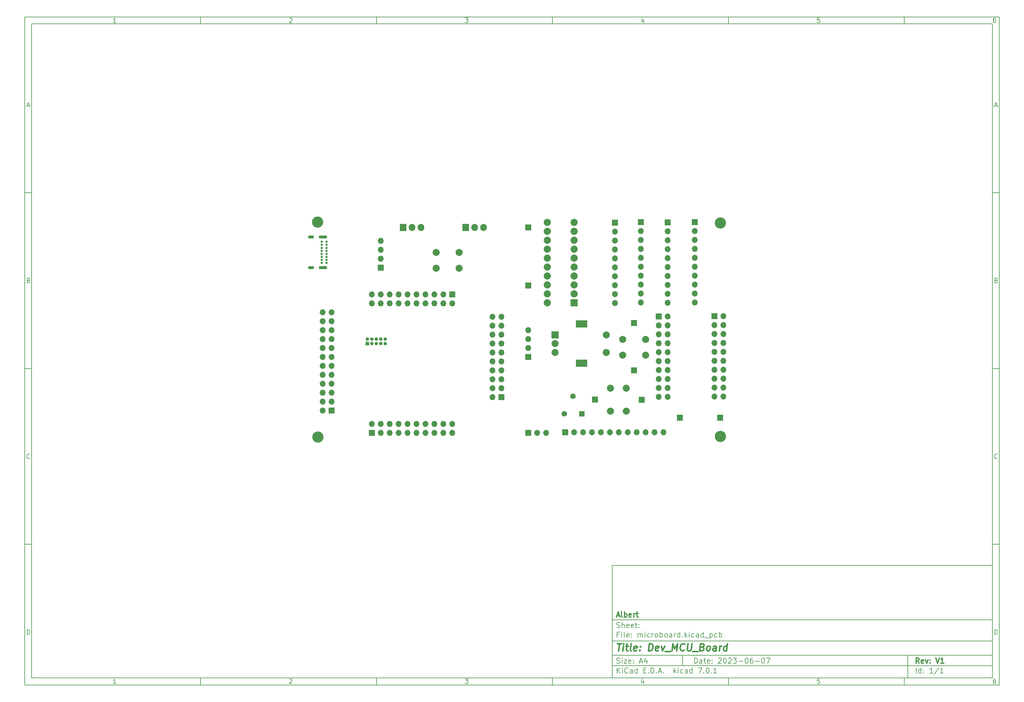
<source format=gbr>
%TF.GenerationSoftware,KiCad,Pcbnew,7.0.1*%
%TF.CreationDate,2023-06-08T10:56:07+02:00*%
%TF.ProjectId,microboard,6d696372-6f62-46f6-9172-642e6b696361,V1*%
%TF.SameCoordinates,Original*%
%TF.FileFunction,Soldermask,Bot*%
%TF.FilePolarity,Negative*%
%FSLAX46Y46*%
G04 Gerber Fmt 4.6, Leading zero omitted, Abs format (unit mm)*
G04 Created by KiCad (PCBNEW 7.0.1) date 2023-06-08 10:56:07*
%MOMM*%
%LPD*%
G01*
G04 APERTURE LIST*
%ADD10C,0.100000*%
%ADD11C,0.150000*%
%ADD12C,0.300000*%
%ADD13C,0.400000*%
%ADD14R,1.700000X1.700000*%
%ADD15O,1.700000X1.700000*%
%ADD16C,3.200000*%
%ADD17C,2.000000*%
%ADD18C,0.650000*%
%ADD19O,1.700000X0.900000*%
%ADD20O,2.400000X0.900000*%
%ADD21R,2.032000X2.032000*%
%ADD22C,2.032000*%
%ADD23R,1.905000X2.000000*%
%ADD24O,1.905000X2.000000*%
%ADD25R,2.000000X2.000000*%
%ADD26R,3.200000X2.000000*%
%ADD27R,1.560000X1.560000*%
%ADD28C,1.560000*%
%ADD29R,1.000000X1.000000*%
%ADD30O,1.000000X1.000000*%
G04 APERTURE END LIST*
D10*
D11*
X177002200Y-166007200D02*
X285002200Y-166007200D01*
X285002200Y-198007200D01*
X177002200Y-198007200D01*
X177002200Y-166007200D01*
D10*
D11*
X10000000Y-10000000D02*
X287002200Y-10000000D01*
X287002200Y-200007200D01*
X10000000Y-200007200D01*
X10000000Y-10000000D01*
D10*
D11*
X12000000Y-12000000D02*
X285002200Y-12000000D01*
X285002200Y-198007200D01*
X12000000Y-198007200D01*
X12000000Y-12000000D01*
D10*
D11*
X60000000Y-12000000D02*
X60000000Y-10000000D01*
D10*
D11*
X110000000Y-12000000D02*
X110000000Y-10000000D01*
D10*
D11*
X160000000Y-12000000D02*
X160000000Y-10000000D01*
D10*
D11*
X210000000Y-12000000D02*
X210000000Y-10000000D01*
D10*
D11*
X260000000Y-12000000D02*
X260000000Y-10000000D01*
D10*
D11*
X35990476Y-11601404D02*
X35247619Y-11601404D01*
X35619047Y-11601404D02*
X35619047Y-10301404D01*
X35619047Y-10301404D02*
X35495238Y-10487119D01*
X35495238Y-10487119D02*
X35371428Y-10610928D01*
X35371428Y-10610928D02*
X35247619Y-10672833D01*
D10*
D11*
X85247619Y-10425214D02*
X85309523Y-10363309D01*
X85309523Y-10363309D02*
X85433333Y-10301404D01*
X85433333Y-10301404D02*
X85742857Y-10301404D01*
X85742857Y-10301404D02*
X85866666Y-10363309D01*
X85866666Y-10363309D02*
X85928571Y-10425214D01*
X85928571Y-10425214D02*
X85990476Y-10549023D01*
X85990476Y-10549023D02*
X85990476Y-10672833D01*
X85990476Y-10672833D02*
X85928571Y-10858547D01*
X85928571Y-10858547D02*
X85185714Y-11601404D01*
X85185714Y-11601404D02*
X85990476Y-11601404D01*
D10*
D11*
X135185714Y-10301404D02*
X135990476Y-10301404D01*
X135990476Y-10301404D02*
X135557142Y-10796642D01*
X135557142Y-10796642D02*
X135742857Y-10796642D01*
X135742857Y-10796642D02*
X135866666Y-10858547D01*
X135866666Y-10858547D02*
X135928571Y-10920452D01*
X135928571Y-10920452D02*
X135990476Y-11044261D01*
X135990476Y-11044261D02*
X135990476Y-11353785D01*
X135990476Y-11353785D02*
X135928571Y-11477595D01*
X135928571Y-11477595D02*
X135866666Y-11539500D01*
X135866666Y-11539500D02*
X135742857Y-11601404D01*
X135742857Y-11601404D02*
X135371428Y-11601404D01*
X135371428Y-11601404D02*
X135247619Y-11539500D01*
X135247619Y-11539500D02*
X135185714Y-11477595D01*
D10*
D11*
X185866666Y-10734738D02*
X185866666Y-11601404D01*
X185557142Y-10239500D02*
X185247619Y-11168071D01*
X185247619Y-11168071D02*
X186052380Y-11168071D01*
D10*
D11*
X235928571Y-10301404D02*
X235309523Y-10301404D01*
X235309523Y-10301404D02*
X235247619Y-10920452D01*
X235247619Y-10920452D02*
X235309523Y-10858547D01*
X235309523Y-10858547D02*
X235433333Y-10796642D01*
X235433333Y-10796642D02*
X235742857Y-10796642D01*
X235742857Y-10796642D02*
X235866666Y-10858547D01*
X235866666Y-10858547D02*
X235928571Y-10920452D01*
X235928571Y-10920452D02*
X235990476Y-11044261D01*
X235990476Y-11044261D02*
X235990476Y-11353785D01*
X235990476Y-11353785D02*
X235928571Y-11477595D01*
X235928571Y-11477595D02*
X235866666Y-11539500D01*
X235866666Y-11539500D02*
X235742857Y-11601404D01*
X235742857Y-11601404D02*
X235433333Y-11601404D01*
X235433333Y-11601404D02*
X235309523Y-11539500D01*
X235309523Y-11539500D02*
X235247619Y-11477595D01*
D10*
D11*
X285866666Y-10301404D02*
X285619047Y-10301404D01*
X285619047Y-10301404D02*
X285495238Y-10363309D01*
X285495238Y-10363309D02*
X285433333Y-10425214D01*
X285433333Y-10425214D02*
X285309523Y-10610928D01*
X285309523Y-10610928D02*
X285247619Y-10858547D01*
X285247619Y-10858547D02*
X285247619Y-11353785D01*
X285247619Y-11353785D02*
X285309523Y-11477595D01*
X285309523Y-11477595D02*
X285371428Y-11539500D01*
X285371428Y-11539500D02*
X285495238Y-11601404D01*
X285495238Y-11601404D02*
X285742857Y-11601404D01*
X285742857Y-11601404D02*
X285866666Y-11539500D01*
X285866666Y-11539500D02*
X285928571Y-11477595D01*
X285928571Y-11477595D02*
X285990476Y-11353785D01*
X285990476Y-11353785D02*
X285990476Y-11044261D01*
X285990476Y-11044261D02*
X285928571Y-10920452D01*
X285928571Y-10920452D02*
X285866666Y-10858547D01*
X285866666Y-10858547D02*
X285742857Y-10796642D01*
X285742857Y-10796642D02*
X285495238Y-10796642D01*
X285495238Y-10796642D02*
X285371428Y-10858547D01*
X285371428Y-10858547D02*
X285309523Y-10920452D01*
X285309523Y-10920452D02*
X285247619Y-11044261D01*
D10*
D11*
X60000000Y-198007200D02*
X60000000Y-200007200D01*
D10*
D11*
X110000000Y-198007200D02*
X110000000Y-200007200D01*
D10*
D11*
X160000000Y-198007200D02*
X160000000Y-200007200D01*
D10*
D11*
X210000000Y-198007200D02*
X210000000Y-200007200D01*
D10*
D11*
X260000000Y-198007200D02*
X260000000Y-200007200D01*
D10*
D11*
X35990476Y-199608604D02*
X35247619Y-199608604D01*
X35619047Y-199608604D02*
X35619047Y-198308604D01*
X35619047Y-198308604D02*
X35495238Y-198494319D01*
X35495238Y-198494319D02*
X35371428Y-198618128D01*
X35371428Y-198618128D02*
X35247619Y-198680033D01*
D10*
D11*
X85247619Y-198432414D02*
X85309523Y-198370509D01*
X85309523Y-198370509D02*
X85433333Y-198308604D01*
X85433333Y-198308604D02*
X85742857Y-198308604D01*
X85742857Y-198308604D02*
X85866666Y-198370509D01*
X85866666Y-198370509D02*
X85928571Y-198432414D01*
X85928571Y-198432414D02*
X85990476Y-198556223D01*
X85990476Y-198556223D02*
X85990476Y-198680033D01*
X85990476Y-198680033D02*
X85928571Y-198865747D01*
X85928571Y-198865747D02*
X85185714Y-199608604D01*
X85185714Y-199608604D02*
X85990476Y-199608604D01*
D10*
D11*
X135185714Y-198308604D02*
X135990476Y-198308604D01*
X135990476Y-198308604D02*
X135557142Y-198803842D01*
X135557142Y-198803842D02*
X135742857Y-198803842D01*
X135742857Y-198803842D02*
X135866666Y-198865747D01*
X135866666Y-198865747D02*
X135928571Y-198927652D01*
X135928571Y-198927652D02*
X135990476Y-199051461D01*
X135990476Y-199051461D02*
X135990476Y-199360985D01*
X135990476Y-199360985D02*
X135928571Y-199484795D01*
X135928571Y-199484795D02*
X135866666Y-199546700D01*
X135866666Y-199546700D02*
X135742857Y-199608604D01*
X135742857Y-199608604D02*
X135371428Y-199608604D01*
X135371428Y-199608604D02*
X135247619Y-199546700D01*
X135247619Y-199546700D02*
X135185714Y-199484795D01*
D10*
D11*
X185866666Y-198741938D02*
X185866666Y-199608604D01*
X185557142Y-198246700D02*
X185247619Y-199175271D01*
X185247619Y-199175271D02*
X186052380Y-199175271D01*
D10*
D11*
X235928571Y-198308604D02*
X235309523Y-198308604D01*
X235309523Y-198308604D02*
X235247619Y-198927652D01*
X235247619Y-198927652D02*
X235309523Y-198865747D01*
X235309523Y-198865747D02*
X235433333Y-198803842D01*
X235433333Y-198803842D02*
X235742857Y-198803842D01*
X235742857Y-198803842D02*
X235866666Y-198865747D01*
X235866666Y-198865747D02*
X235928571Y-198927652D01*
X235928571Y-198927652D02*
X235990476Y-199051461D01*
X235990476Y-199051461D02*
X235990476Y-199360985D01*
X235990476Y-199360985D02*
X235928571Y-199484795D01*
X235928571Y-199484795D02*
X235866666Y-199546700D01*
X235866666Y-199546700D02*
X235742857Y-199608604D01*
X235742857Y-199608604D02*
X235433333Y-199608604D01*
X235433333Y-199608604D02*
X235309523Y-199546700D01*
X235309523Y-199546700D02*
X235247619Y-199484795D01*
D10*
D11*
X285866666Y-198308604D02*
X285619047Y-198308604D01*
X285619047Y-198308604D02*
X285495238Y-198370509D01*
X285495238Y-198370509D02*
X285433333Y-198432414D01*
X285433333Y-198432414D02*
X285309523Y-198618128D01*
X285309523Y-198618128D02*
X285247619Y-198865747D01*
X285247619Y-198865747D02*
X285247619Y-199360985D01*
X285247619Y-199360985D02*
X285309523Y-199484795D01*
X285309523Y-199484795D02*
X285371428Y-199546700D01*
X285371428Y-199546700D02*
X285495238Y-199608604D01*
X285495238Y-199608604D02*
X285742857Y-199608604D01*
X285742857Y-199608604D02*
X285866666Y-199546700D01*
X285866666Y-199546700D02*
X285928571Y-199484795D01*
X285928571Y-199484795D02*
X285990476Y-199360985D01*
X285990476Y-199360985D02*
X285990476Y-199051461D01*
X285990476Y-199051461D02*
X285928571Y-198927652D01*
X285928571Y-198927652D02*
X285866666Y-198865747D01*
X285866666Y-198865747D02*
X285742857Y-198803842D01*
X285742857Y-198803842D02*
X285495238Y-198803842D01*
X285495238Y-198803842D02*
X285371428Y-198865747D01*
X285371428Y-198865747D02*
X285309523Y-198927652D01*
X285309523Y-198927652D02*
X285247619Y-199051461D01*
D10*
D11*
X10000000Y-60000000D02*
X12000000Y-60000000D01*
D10*
D11*
X10000000Y-110000000D02*
X12000000Y-110000000D01*
D10*
D11*
X10000000Y-160000000D02*
X12000000Y-160000000D01*
D10*
D11*
X10690476Y-35229976D02*
X11309523Y-35229976D01*
X10566666Y-35601404D02*
X10999999Y-34301404D01*
X10999999Y-34301404D02*
X11433333Y-35601404D01*
D10*
D11*
X11092857Y-84920452D02*
X11278571Y-84982357D01*
X11278571Y-84982357D02*
X11340476Y-85044261D01*
X11340476Y-85044261D02*
X11402380Y-85168071D01*
X11402380Y-85168071D02*
X11402380Y-85353785D01*
X11402380Y-85353785D02*
X11340476Y-85477595D01*
X11340476Y-85477595D02*
X11278571Y-85539500D01*
X11278571Y-85539500D02*
X11154761Y-85601404D01*
X11154761Y-85601404D02*
X10659523Y-85601404D01*
X10659523Y-85601404D02*
X10659523Y-84301404D01*
X10659523Y-84301404D02*
X11092857Y-84301404D01*
X11092857Y-84301404D02*
X11216666Y-84363309D01*
X11216666Y-84363309D02*
X11278571Y-84425214D01*
X11278571Y-84425214D02*
X11340476Y-84549023D01*
X11340476Y-84549023D02*
X11340476Y-84672833D01*
X11340476Y-84672833D02*
X11278571Y-84796642D01*
X11278571Y-84796642D02*
X11216666Y-84858547D01*
X11216666Y-84858547D02*
X11092857Y-84920452D01*
X11092857Y-84920452D02*
X10659523Y-84920452D01*
D10*
D11*
X11402380Y-135477595D02*
X11340476Y-135539500D01*
X11340476Y-135539500D02*
X11154761Y-135601404D01*
X11154761Y-135601404D02*
X11030952Y-135601404D01*
X11030952Y-135601404D02*
X10845238Y-135539500D01*
X10845238Y-135539500D02*
X10721428Y-135415690D01*
X10721428Y-135415690D02*
X10659523Y-135291880D01*
X10659523Y-135291880D02*
X10597619Y-135044261D01*
X10597619Y-135044261D02*
X10597619Y-134858547D01*
X10597619Y-134858547D02*
X10659523Y-134610928D01*
X10659523Y-134610928D02*
X10721428Y-134487119D01*
X10721428Y-134487119D02*
X10845238Y-134363309D01*
X10845238Y-134363309D02*
X11030952Y-134301404D01*
X11030952Y-134301404D02*
X11154761Y-134301404D01*
X11154761Y-134301404D02*
X11340476Y-134363309D01*
X11340476Y-134363309D02*
X11402380Y-134425214D01*
D10*
D11*
X10659523Y-185601404D02*
X10659523Y-184301404D01*
X10659523Y-184301404D02*
X10969047Y-184301404D01*
X10969047Y-184301404D02*
X11154761Y-184363309D01*
X11154761Y-184363309D02*
X11278571Y-184487119D01*
X11278571Y-184487119D02*
X11340476Y-184610928D01*
X11340476Y-184610928D02*
X11402380Y-184858547D01*
X11402380Y-184858547D02*
X11402380Y-185044261D01*
X11402380Y-185044261D02*
X11340476Y-185291880D01*
X11340476Y-185291880D02*
X11278571Y-185415690D01*
X11278571Y-185415690D02*
X11154761Y-185539500D01*
X11154761Y-185539500D02*
X10969047Y-185601404D01*
X10969047Y-185601404D02*
X10659523Y-185601404D01*
D10*
D11*
X287002200Y-60000000D02*
X285002200Y-60000000D01*
D10*
D11*
X287002200Y-110000000D02*
X285002200Y-110000000D01*
D10*
D11*
X287002200Y-160000000D02*
X285002200Y-160000000D01*
D10*
D11*
X285692676Y-35229976D02*
X286311723Y-35229976D01*
X285568866Y-35601404D02*
X286002199Y-34301404D01*
X286002199Y-34301404D02*
X286435533Y-35601404D01*
D10*
D11*
X286095057Y-84920452D02*
X286280771Y-84982357D01*
X286280771Y-84982357D02*
X286342676Y-85044261D01*
X286342676Y-85044261D02*
X286404580Y-85168071D01*
X286404580Y-85168071D02*
X286404580Y-85353785D01*
X286404580Y-85353785D02*
X286342676Y-85477595D01*
X286342676Y-85477595D02*
X286280771Y-85539500D01*
X286280771Y-85539500D02*
X286156961Y-85601404D01*
X286156961Y-85601404D02*
X285661723Y-85601404D01*
X285661723Y-85601404D02*
X285661723Y-84301404D01*
X285661723Y-84301404D02*
X286095057Y-84301404D01*
X286095057Y-84301404D02*
X286218866Y-84363309D01*
X286218866Y-84363309D02*
X286280771Y-84425214D01*
X286280771Y-84425214D02*
X286342676Y-84549023D01*
X286342676Y-84549023D02*
X286342676Y-84672833D01*
X286342676Y-84672833D02*
X286280771Y-84796642D01*
X286280771Y-84796642D02*
X286218866Y-84858547D01*
X286218866Y-84858547D02*
X286095057Y-84920452D01*
X286095057Y-84920452D02*
X285661723Y-84920452D01*
D10*
D11*
X286404580Y-135477595D02*
X286342676Y-135539500D01*
X286342676Y-135539500D02*
X286156961Y-135601404D01*
X286156961Y-135601404D02*
X286033152Y-135601404D01*
X286033152Y-135601404D02*
X285847438Y-135539500D01*
X285847438Y-135539500D02*
X285723628Y-135415690D01*
X285723628Y-135415690D02*
X285661723Y-135291880D01*
X285661723Y-135291880D02*
X285599819Y-135044261D01*
X285599819Y-135044261D02*
X285599819Y-134858547D01*
X285599819Y-134858547D02*
X285661723Y-134610928D01*
X285661723Y-134610928D02*
X285723628Y-134487119D01*
X285723628Y-134487119D02*
X285847438Y-134363309D01*
X285847438Y-134363309D02*
X286033152Y-134301404D01*
X286033152Y-134301404D02*
X286156961Y-134301404D01*
X286156961Y-134301404D02*
X286342676Y-134363309D01*
X286342676Y-134363309D02*
X286404580Y-134425214D01*
D10*
D11*
X285661723Y-185601404D02*
X285661723Y-184301404D01*
X285661723Y-184301404D02*
X285971247Y-184301404D01*
X285971247Y-184301404D02*
X286156961Y-184363309D01*
X286156961Y-184363309D02*
X286280771Y-184487119D01*
X286280771Y-184487119D02*
X286342676Y-184610928D01*
X286342676Y-184610928D02*
X286404580Y-184858547D01*
X286404580Y-184858547D02*
X286404580Y-185044261D01*
X286404580Y-185044261D02*
X286342676Y-185291880D01*
X286342676Y-185291880D02*
X286280771Y-185415690D01*
X286280771Y-185415690D02*
X286156961Y-185539500D01*
X286156961Y-185539500D02*
X285971247Y-185601404D01*
X285971247Y-185601404D02*
X285661723Y-185601404D01*
D10*
D11*
X200359342Y-193801128D02*
X200359342Y-192301128D01*
X200359342Y-192301128D02*
X200716485Y-192301128D01*
X200716485Y-192301128D02*
X200930771Y-192372557D01*
X200930771Y-192372557D02*
X201073628Y-192515414D01*
X201073628Y-192515414D02*
X201145057Y-192658271D01*
X201145057Y-192658271D02*
X201216485Y-192943985D01*
X201216485Y-192943985D02*
X201216485Y-193158271D01*
X201216485Y-193158271D02*
X201145057Y-193443985D01*
X201145057Y-193443985D02*
X201073628Y-193586842D01*
X201073628Y-193586842D02*
X200930771Y-193729700D01*
X200930771Y-193729700D02*
X200716485Y-193801128D01*
X200716485Y-193801128D02*
X200359342Y-193801128D01*
X202502200Y-193801128D02*
X202502200Y-193015414D01*
X202502200Y-193015414D02*
X202430771Y-192872557D01*
X202430771Y-192872557D02*
X202287914Y-192801128D01*
X202287914Y-192801128D02*
X202002200Y-192801128D01*
X202002200Y-192801128D02*
X201859342Y-192872557D01*
X202502200Y-193729700D02*
X202359342Y-193801128D01*
X202359342Y-193801128D02*
X202002200Y-193801128D01*
X202002200Y-193801128D02*
X201859342Y-193729700D01*
X201859342Y-193729700D02*
X201787914Y-193586842D01*
X201787914Y-193586842D02*
X201787914Y-193443985D01*
X201787914Y-193443985D02*
X201859342Y-193301128D01*
X201859342Y-193301128D02*
X202002200Y-193229700D01*
X202002200Y-193229700D02*
X202359342Y-193229700D01*
X202359342Y-193229700D02*
X202502200Y-193158271D01*
X203002200Y-192801128D02*
X203573628Y-192801128D01*
X203216485Y-192301128D02*
X203216485Y-193586842D01*
X203216485Y-193586842D02*
X203287914Y-193729700D01*
X203287914Y-193729700D02*
X203430771Y-193801128D01*
X203430771Y-193801128D02*
X203573628Y-193801128D01*
X204645057Y-193729700D02*
X204502200Y-193801128D01*
X204502200Y-193801128D02*
X204216486Y-193801128D01*
X204216486Y-193801128D02*
X204073628Y-193729700D01*
X204073628Y-193729700D02*
X204002200Y-193586842D01*
X204002200Y-193586842D02*
X204002200Y-193015414D01*
X204002200Y-193015414D02*
X204073628Y-192872557D01*
X204073628Y-192872557D02*
X204216486Y-192801128D01*
X204216486Y-192801128D02*
X204502200Y-192801128D01*
X204502200Y-192801128D02*
X204645057Y-192872557D01*
X204645057Y-192872557D02*
X204716486Y-193015414D01*
X204716486Y-193015414D02*
X204716486Y-193158271D01*
X204716486Y-193158271D02*
X204002200Y-193301128D01*
X205359342Y-193658271D02*
X205430771Y-193729700D01*
X205430771Y-193729700D02*
X205359342Y-193801128D01*
X205359342Y-193801128D02*
X205287914Y-193729700D01*
X205287914Y-193729700D02*
X205359342Y-193658271D01*
X205359342Y-193658271D02*
X205359342Y-193801128D01*
X205359342Y-192872557D02*
X205430771Y-192943985D01*
X205430771Y-192943985D02*
X205359342Y-193015414D01*
X205359342Y-193015414D02*
X205287914Y-192943985D01*
X205287914Y-192943985D02*
X205359342Y-192872557D01*
X205359342Y-192872557D02*
X205359342Y-193015414D01*
X207145057Y-192443985D02*
X207216485Y-192372557D01*
X207216485Y-192372557D02*
X207359343Y-192301128D01*
X207359343Y-192301128D02*
X207716485Y-192301128D01*
X207716485Y-192301128D02*
X207859343Y-192372557D01*
X207859343Y-192372557D02*
X207930771Y-192443985D01*
X207930771Y-192443985D02*
X208002200Y-192586842D01*
X208002200Y-192586842D02*
X208002200Y-192729700D01*
X208002200Y-192729700D02*
X207930771Y-192943985D01*
X207930771Y-192943985D02*
X207073628Y-193801128D01*
X207073628Y-193801128D02*
X208002200Y-193801128D01*
X208930771Y-192301128D02*
X209073628Y-192301128D01*
X209073628Y-192301128D02*
X209216485Y-192372557D01*
X209216485Y-192372557D02*
X209287914Y-192443985D01*
X209287914Y-192443985D02*
X209359342Y-192586842D01*
X209359342Y-192586842D02*
X209430771Y-192872557D01*
X209430771Y-192872557D02*
X209430771Y-193229700D01*
X209430771Y-193229700D02*
X209359342Y-193515414D01*
X209359342Y-193515414D02*
X209287914Y-193658271D01*
X209287914Y-193658271D02*
X209216485Y-193729700D01*
X209216485Y-193729700D02*
X209073628Y-193801128D01*
X209073628Y-193801128D02*
X208930771Y-193801128D01*
X208930771Y-193801128D02*
X208787914Y-193729700D01*
X208787914Y-193729700D02*
X208716485Y-193658271D01*
X208716485Y-193658271D02*
X208645056Y-193515414D01*
X208645056Y-193515414D02*
X208573628Y-193229700D01*
X208573628Y-193229700D02*
X208573628Y-192872557D01*
X208573628Y-192872557D02*
X208645056Y-192586842D01*
X208645056Y-192586842D02*
X208716485Y-192443985D01*
X208716485Y-192443985D02*
X208787914Y-192372557D01*
X208787914Y-192372557D02*
X208930771Y-192301128D01*
X210002199Y-192443985D02*
X210073627Y-192372557D01*
X210073627Y-192372557D02*
X210216485Y-192301128D01*
X210216485Y-192301128D02*
X210573627Y-192301128D01*
X210573627Y-192301128D02*
X210716485Y-192372557D01*
X210716485Y-192372557D02*
X210787913Y-192443985D01*
X210787913Y-192443985D02*
X210859342Y-192586842D01*
X210859342Y-192586842D02*
X210859342Y-192729700D01*
X210859342Y-192729700D02*
X210787913Y-192943985D01*
X210787913Y-192943985D02*
X209930770Y-193801128D01*
X209930770Y-193801128D02*
X210859342Y-193801128D01*
X211359341Y-192301128D02*
X212287913Y-192301128D01*
X212287913Y-192301128D02*
X211787913Y-192872557D01*
X211787913Y-192872557D02*
X212002198Y-192872557D01*
X212002198Y-192872557D02*
X212145056Y-192943985D01*
X212145056Y-192943985D02*
X212216484Y-193015414D01*
X212216484Y-193015414D02*
X212287913Y-193158271D01*
X212287913Y-193158271D02*
X212287913Y-193515414D01*
X212287913Y-193515414D02*
X212216484Y-193658271D01*
X212216484Y-193658271D02*
X212145056Y-193729700D01*
X212145056Y-193729700D02*
X212002198Y-193801128D01*
X212002198Y-193801128D02*
X211573627Y-193801128D01*
X211573627Y-193801128D02*
X211430770Y-193729700D01*
X211430770Y-193729700D02*
X211359341Y-193658271D01*
X212930769Y-193229700D02*
X214073627Y-193229700D01*
X215073627Y-192301128D02*
X215216484Y-192301128D01*
X215216484Y-192301128D02*
X215359341Y-192372557D01*
X215359341Y-192372557D02*
X215430770Y-192443985D01*
X215430770Y-192443985D02*
X215502198Y-192586842D01*
X215502198Y-192586842D02*
X215573627Y-192872557D01*
X215573627Y-192872557D02*
X215573627Y-193229700D01*
X215573627Y-193229700D02*
X215502198Y-193515414D01*
X215502198Y-193515414D02*
X215430770Y-193658271D01*
X215430770Y-193658271D02*
X215359341Y-193729700D01*
X215359341Y-193729700D02*
X215216484Y-193801128D01*
X215216484Y-193801128D02*
X215073627Y-193801128D01*
X215073627Y-193801128D02*
X214930770Y-193729700D01*
X214930770Y-193729700D02*
X214859341Y-193658271D01*
X214859341Y-193658271D02*
X214787912Y-193515414D01*
X214787912Y-193515414D02*
X214716484Y-193229700D01*
X214716484Y-193229700D02*
X214716484Y-192872557D01*
X214716484Y-192872557D02*
X214787912Y-192586842D01*
X214787912Y-192586842D02*
X214859341Y-192443985D01*
X214859341Y-192443985D02*
X214930770Y-192372557D01*
X214930770Y-192372557D02*
X215073627Y-192301128D01*
X216859341Y-192301128D02*
X216573626Y-192301128D01*
X216573626Y-192301128D02*
X216430769Y-192372557D01*
X216430769Y-192372557D02*
X216359341Y-192443985D01*
X216359341Y-192443985D02*
X216216483Y-192658271D01*
X216216483Y-192658271D02*
X216145055Y-192943985D01*
X216145055Y-192943985D02*
X216145055Y-193515414D01*
X216145055Y-193515414D02*
X216216483Y-193658271D01*
X216216483Y-193658271D02*
X216287912Y-193729700D01*
X216287912Y-193729700D02*
X216430769Y-193801128D01*
X216430769Y-193801128D02*
X216716483Y-193801128D01*
X216716483Y-193801128D02*
X216859341Y-193729700D01*
X216859341Y-193729700D02*
X216930769Y-193658271D01*
X216930769Y-193658271D02*
X217002198Y-193515414D01*
X217002198Y-193515414D02*
X217002198Y-193158271D01*
X217002198Y-193158271D02*
X216930769Y-193015414D01*
X216930769Y-193015414D02*
X216859341Y-192943985D01*
X216859341Y-192943985D02*
X216716483Y-192872557D01*
X216716483Y-192872557D02*
X216430769Y-192872557D01*
X216430769Y-192872557D02*
X216287912Y-192943985D01*
X216287912Y-192943985D02*
X216216483Y-193015414D01*
X216216483Y-193015414D02*
X216145055Y-193158271D01*
X217645054Y-193229700D02*
X218787912Y-193229700D01*
X219787912Y-192301128D02*
X219930769Y-192301128D01*
X219930769Y-192301128D02*
X220073626Y-192372557D01*
X220073626Y-192372557D02*
X220145055Y-192443985D01*
X220145055Y-192443985D02*
X220216483Y-192586842D01*
X220216483Y-192586842D02*
X220287912Y-192872557D01*
X220287912Y-192872557D02*
X220287912Y-193229700D01*
X220287912Y-193229700D02*
X220216483Y-193515414D01*
X220216483Y-193515414D02*
X220145055Y-193658271D01*
X220145055Y-193658271D02*
X220073626Y-193729700D01*
X220073626Y-193729700D02*
X219930769Y-193801128D01*
X219930769Y-193801128D02*
X219787912Y-193801128D01*
X219787912Y-193801128D02*
X219645055Y-193729700D01*
X219645055Y-193729700D02*
X219573626Y-193658271D01*
X219573626Y-193658271D02*
X219502197Y-193515414D01*
X219502197Y-193515414D02*
X219430769Y-193229700D01*
X219430769Y-193229700D02*
X219430769Y-192872557D01*
X219430769Y-192872557D02*
X219502197Y-192586842D01*
X219502197Y-192586842D02*
X219573626Y-192443985D01*
X219573626Y-192443985D02*
X219645055Y-192372557D01*
X219645055Y-192372557D02*
X219787912Y-192301128D01*
X220787911Y-192301128D02*
X221787911Y-192301128D01*
X221787911Y-192301128D02*
X221145054Y-193801128D01*
D10*
D11*
X177002200Y-194507200D02*
X285002200Y-194507200D01*
D10*
D11*
X178359342Y-196601128D02*
X178359342Y-195101128D01*
X179216485Y-196601128D02*
X178573628Y-195743985D01*
X179216485Y-195101128D02*
X178359342Y-195958271D01*
X179859342Y-196601128D02*
X179859342Y-195601128D01*
X179859342Y-195101128D02*
X179787914Y-195172557D01*
X179787914Y-195172557D02*
X179859342Y-195243985D01*
X179859342Y-195243985D02*
X179930771Y-195172557D01*
X179930771Y-195172557D02*
X179859342Y-195101128D01*
X179859342Y-195101128D02*
X179859342Y-195243985D01*
X181430771Y-196458271D02*
X181359343Y-196529700D01*
X181359343Y-196529700D02*
X181145057Y-196601128D01*
X181145057Y-196601128D02*
X181002200Y-196601128D01*
X181002200Y-196601128D02*
X180787914Y-196529700D01*
X180787914Y-196529700D02*
X180645057Y-196386842D01*
X180645057Y-196386842D02*
X180573628Y-196243985D01*
X180573628Y-196243985D02*
X180502200Y-195958271D01*
X180502200Y-195958271D02*
X180502200Y-195743985D01*
X180502200Y-195743985D02*
X180573628Y-195458271D01*
X180573628Y-195458271D02*
X180645057Y-195315414D01*
X180645057Y-195315414D02*
X180787914Y-195172557D01*
X180787914Y-195172557D02*
X181002200Y-195101128D01*
X181002200Y-195101128D02*
X181145057Y-195101128D01*
X181145057Y-195101128D02*
X181359343Y-195172557D01*
X181359343Y-195172557D02*
X181430771Y-195243985D01*
X182716486Y-196601128D02*
X182716486Y-195815414D01*
X182716486Y-195815414D02*
X182645057Y-195672557D01*
X182645057Y-195672557D02*
X182502200Y-195601128D01*
X182502200Y-195601128D02*
X182216486Y-195601128D01*
X182216486Y-195601128D02*
X182073628Y-195672557D01*
X182716486Y-196529700D02*
X182573628Y-196601128D01*
X182573628Y-196601128D02*
X182216486Y-196601128D01*
X182216486Y-196601128D02*
X182073628Y-196529700D01*
X182073628Y-196529700D02*
X182002200Y-196386842D01*
X182002200Y-196386842D02*
X182002200Y-196243985D01*
X182002200Y-196243985D02*
X182073628Y-196101128D01*
X182073628Y-196101128D02*
X182216486Y-196029700D01*
X182216486Y-196029700D02*
X182573628Y-196029700D01*
X182573628Y-196029700D02*
X182716486Y-195958271D01*
X184073629Y-196601128D02*
X184073629Y-195101128D01*
X184073629Y-196529700D02*
X183930771Y-196601128D01*
X183930771Y-196601128D02*
X183645057Y-196601128D01*
X183645057Y-196601128D02*
X183502200Y-196529700D01*
X183502200Y-196529700D02*
X183430771Y-196458271D01*
X183430771Y-196458271D02*
X183359343Y-196315414D01*
X183359343Y-196315414D02*
X183359343Y-195886842D01*
X183359343Y-195886842D02*
X183430771Y-195743985D01*
X183430771Y-195743985D02*
X183502200Y-195672557D01*
X183502200Y-195672557D02*
X183645057Y-195601128D01*
X183645057Y-195601128D02*
X183930771Y-195601128D01*
X183930771Y-195601128D02*
X184073629Y-195672557D01*
X185930771Y-195815414D02*
X186430771Y-195815414D01*
X186645057Y-196601128D02*
X185930771Y-196601128D01*
X185930771Y-196601128D02*
X185930771Y-195101128D01*
X185930771Y-195101128D02*
X186645057Y-195101128D01*
X187287914Y-196458271D02*
X187359343Y-196529700D01*
X187359343Y-196529700D02*
X187287914Y-196601128D01*
X187287914Y-196601128D02*
X187216486Y-196529700D01*
X187216486Y-196529700D02*
X187287914Y-196458271D01*
X187287914Y-196458271D02*
X187287914Y-196601128D01*
X188002200Y-196601128D02*
X188002200Y-195101128D01*
X188002200Y-195101128D02*
X188359343Y-195101128D01*
X188359343Y-195101128D02*
X188573629Y-195172557D01*
X188573629Y-195172557D02*
X188716486Y-195315414D01*
X188716486Y-195315414D02*
X188787915Y-195458271D01*
X188787915Y-195458271D02*
X188859343Y-195743985D01*
X188859343Y-195743985D02*
X188859343Y-195958271D01*
X188859343Y-195958271D02*
X188787915Y-196243985D01*
X188787915Y-196243985D02*
X188716486Y-196386842D01*
X188716486Y-196386842D02*
X188573629Y-196529700D01*
X188573629Y-196529700D02*
X188359343Y-196601128D01*
X188359343Y-196601128D02*
X188002200Y-196601128D01*
X189502200Y-196458271D02*
X189573629Y-196529700D01*
X189573629Y-196529700D02*
X189502200Y-196601128D01*
X189502200Y-196601128D02*
X189430772Y-196529700D01*
X189430772Y-196529700D02*
X189502200Y-196458271D01*
X189502200Y-196458271D02*
X189502200Y-196601128D01*
X190145058Y-196172557D02*
X190859344Y-196172557D01*
X190002201Y-196601128D02*
X190502201Y-195101128D01*
X190502201Y-195101128D02*
X191002201Y-196601128D01*
X191502200Y-196458271D02*
X191573629Y-196529700D01*
X191573629Y-196529700D02*
X191502200Y-196601128D01*
X191502200Y-196601128D02*
X191430772Y-196529700D01*
X191430772Y-196529700D02*
X191502200Y-196458271D01*
X191502200Y-196458271D02*
X191502200Y-196601128D01*
X194502200Y-196601128D02*
X194502200Y-195101128D01*
X194645058Y-196029700D02*
X195073629Y-196601128D01*
X195073629Y-195601128D02*
X194502200Y-196172557D01*
X195716486Y-196601128D02*
X195716486Y-195601128D01*
X195716486Y-195101128D02*
X195645058Y-195172557D01*
X195645058Y-195172557D02*
X195716486Y-195243985D01*
X195716486Y-195243985D02*
X195787915Y-195172557D01*
X195787915Y-195172557D02*
X195716486Y-195101128D01*
X195716486Y-195101128D02*
X195716486Y-195243985D01*
X197073630Y-196529700D02*
X196930772Y-196601128D01*
X196930772Y-196601128D02*
X196645058Y-196601128D01*
X196645058Y-196601128D02*
X196502201Y-196529700D01*
X196502201Y-196529700D02*
X196430772Y-196458271D01*
X196430772Y-196458271D02*
X196359344Y-196315414D01*
X196359344Y-196315414D02*
X196359344Y-195886842D01*
X196359344Y-195886842D02*
X196430772Y-195743985D01*
X196430772Y-195743985D02*
X196502201Y-195672557D01*
X196502201Y-195672557D02*
X196645058Y-195601128D01*
X196645058Y-195601128D02*
X196930772Y-195601128D01*
X196930772Y-195601128D02*
X197073630Y-195672557D01*
X198359344Y-196601128D02*
X198359344Y-195815414D01*
X198359344Y-195815414D02*
X198287915Y-195672557D01*
X198287915Y-195672557D02*
X198145058Y-195601128D01*
X198145058Y-195601128D02*
X197859344Y-195601128D01*
X197859344Y-195601128D02*
X197716486Y-195672557D01*
X198359344Y-196529700D02*
X198216486Y-196601128D01*
X198216486Y-196601128D02*
X197859344Y-196601128D01*
X197859344Y-196601128D02*
X197716486Y-196529700D01*
X197716486Y-196529700D02*
X197645058Y-196386842D01*
X197645058Y-196386842D02*
X197645058Y-196243985D01*
X197645058Y-196243985D02*
X197716486Y-196101128D01*
X197716486Y-196101128D02*
X197859344Y-196029700D01*
X197859344Y-196029700D02*
X198216486Y-196029700D01*
X198216486Y-196029700D02*
X198359344Y-195958271D01*
X199716487Y-196601128D02*
X199716487Y-195101128D01*
X199716487Y-196529700D02*
X199573629Y-196601128D01*
X199573629Y-196601128D02*
X199287915Y-196601128D01*
X199287915Y-196601128D02*
X199145058Y-196529700D01*
X199145058Y-196529700D02*
X199073629Y-196458271D01*
X199073629Y-196458271D02*
X199002201Y-196315414D01*
X199002201Y-196315414D02*
X199002201Y-195886842D01*
X199002201Y-195886842D02*
X199073629Y-195743985D01*
X199073629Y-195743985D02*
X199145058Y-195672557D01*
X199145058Y-195672557D02*
X199287915Y-195601128D01*
X199287915Y-195601128D02*
X199573629Y-195601128D01*
X199573629Y-195601128D02*
X199716487Y-195672557D01*
X201430772Y-195101128D02*
X202430772Y-195101128D01*
X202430772Y-195101128D02*
X201787915Y-196601128D01*
X203002200Y-196458271D02*
X203073629Y-196529700D01*
X203073629Y-196529700D02*
X203002200Y-196601128D01*
X203002200Y-196601128D02*
X202930772Y-196529700D01*
X202930772Y-196529700D02*
X203002200Y-196458271D01*
X203002200Y-196458271D02*
X203002200Y-196601128D01*
X204002201Y-195101128D02*
X204145058Y-195101128D01*
X204145058Y-195101128D02*
X204287915Y-195172557D01*
X204287915Y-195172557D02*
X204359344Y-195243985D01*
X204359344Y-195243985D02*
X204430772Y-195386842D01*
X204430772Y-195386842D02*
X204502201Y-195672557D01*
X204502201Y-195672557D02*
X204502201Y-196029700D01*
X204502201Y-196029700D02*
X204430772Y-196315414D01*
X204430772Y-196315414D02*
X204359344Y-196458271D01*
X204359344Y-196458271D02*
X204287915Y-196529700D01*
X204287915Y-196529700D02*
X204145058Y-196601128D01*
X204145058Y-196601128D02*
X204002201Y-196601128D01*
X204002201Y-196601128D02*
X203859344Y-196529700D01*
X203859344Y-196529700D02*
X203787915Y-196458271D01*
X203787915Y-196458271D02*
X203716486Y-196315414D01*
X203716486Y-196315414D02*
X203645058Y-196029700D01*
X203645058Y-196029700D02*
X203645058Y-195672557D01*
X203645058Y-195672557D02*
X203716486Y-195386842D01*
X203716486Y-195386842D02*
X203787915Y-195243985D01*
X203787915Y-195243985D02*
X203859344Y-195172557D01*
X203859344Y-195172557D02*
X204002201Y-195101128D01*
X205145057Y-196458271D02*
X205216486Y-196529700D01*
X205216486Y-196529700D02*
X205145057Y-196601128D01*
X205145057Y-196601128D02*
X205073629Y-196529700D01*
X205073629Y-196529700D02*
X205145057Y-196458271D01*
X205145057Y-196458271D02*
X205145057Y-196601128D01*
X206645058Y-196601128D02*
X205787915Y-196601128D01*
X206216486Y-196601128D02*
X206216486Y-195101128D01*
X206216486Y-195101128D02*
X206073629Y-195315414D01*
X206073629Y-195315414D02*
X205930772Y-195458271D01*
X205930772Y-195458271D02*
X205787915Y-195529700D01*
D10*
D11*
X177002200Y-191507200D02*
X285002200Y-191507200D01*
D10*
D12*
X264216485Y-193801128D02*
X263716485Y-193086842D01*
X263359342Y-193801128D02*
X263359342Y-192301128D01*
X263359342Y-192301128D02*
X263930771Y-192301128D01*
X263930771Y-192301128D02*
X264073628Y-192372557D01*
X264073628Y-192372557D02*
X264145057Y-192443985D01*
X264145057Y-192443985D02*
X264216485Y-192586842D01*
X264216485Y-192586842D02*
X264216485Y-192801128D01*
X264216485Y-192801128D02*
X264145057Y-192943985D01*
X264145057Y-192943985D02*
X264073628Y-193015414D01*
X264073628Y-193015414D02*
X263930771Y-193086842D01*
X263930771Y-193086842D02*
X263359342Y-193086842D01*
X265430771Y-193729700D02*
X265287914Y-193801128D01*
X265287914Y-193801128D02*
X265002200Y-193801128D01*
X265002200Y-193801128D02*
X264859342Y-193729700D01*
X264859342Y-193729700D02*
X264787914Y-193586842D01*
X264787914Y-193586842D02*
X264787914Y-193015414D01*
X264787914Y-193015414D02*
X264859342Y-192872557D01*
X264859342Y-192872557D02*
X265002200Y-192801128D01*
X265002200Y-192801128D02*
X265287914Y-192801128D01*
X265287914Y-192801128D02*
X265430771Y-192872557D01*
X265430771Y-192872557D02*
X265502200Y-193015414D01*
X265502200Y-193015414D02*
X265502200Y-193158271D01*
X265502200Y-193158271D02*
X264787914Y-193301128D01*
X266002199Y-192801128D02*
X266359342Y-193801128D01*
X266359342Y-193801128D02*
X266716485Y-192801128D01*
X267287913Y-193658271D02*
X267359342Y-193729700D01*
X267359342Y-193729700D02*
X267287913Y-193801128D01*
X267287913Y-193801128D02*
X267216485Y-193729700D01*
X267216485Y-193729700D02*
X267287913Y-193658271D01*
X267287913Y-193658271D02*
X267287913Y-193801128D01*
X267287913Y-192872557D02*
X267359342Y-192943985D01*
X267359342Y-192943985D02*
X267287913Y-193015414D01*
X267287913Y-193015414D02*
X267216485Y-192943985D01*
X267216485Y-192943985D02*
X267287913Y-192872557D01*
X267287913Y-192872557D02*
X267287913Y-193015414D01*
X268930771Y-192301128D02*
X269430771Y-193801128D01*
X269430771Y-193801128D02*
X269930771Y-192301128D01*
X271216485Y-193801128D02*
X270359342Y-193801128D01*
X270787913Y-193801128D02*
X270787913Y-192301128D01*
X270787913Y-192301128D02*
X270645056Y-192515414D01*
X270645056Y-192515414D02*
X270502199Y-192658271D01*
X270502199Y-192658271D02*
X270359342Y-192729700D01*
D10*
D11*
X178287914Y-193729700D02*
X178502200Y-193801128D01*
X178502200Y-193801128D02*
X178859342Y-193801128D01*
X178859342Y-193801128D02*
X179002200Y-193729700D01*
X179002200Y-193729700D02*
X179073628Y-193658271D01*
X179073628Y-193658271D02*
X179145057Y-193515414D01*
X179145057Y-193515414D02*
X179145057Y-193372557D01*
X179145057Y-193372557D02*
X179073628Y-193229700D01*
X179073628Y-193229700D02*
X179002200Y-193158271D01*
X179002200Y-193158271D02*
X178859342Y-193086842D01*
X178859342Y-193086842D02*
X178573628Y-193015414D01*
X178573628Y-193015414D02*
X178430771Y-192943985D01*
X178430771Y-192943985D02*
X178359342Y-192872557D01*
X178359342Y-192872557D02*
X178287914Y-192729700D01*
X178287914Y-192729700D02*
X178287914Y-192586842D01*
X178287914Y-192586842D02*
X178359342Y-192443985D01*
X178359342Y-192443985D02*
X178430771Y-192372557D01*
X178430771Y-192372557D02*
X178573628Y-192301128D01*
X178573628Y-192301128D02*
X178930771Y-192301128D01*
X178930771Y-192301128D02*
X179145057Y-192372557D01*
X179787913Y-193801128D02*
X179787913Y-192801128D01*
X179787913Y-192301128D02*
X179716485Y-192372557D01*
X179716485Y-192372557D02*
X179787913Y-192443985D01*
X179787913Y-192443985D02*
X179859342Y-192372557D01*
X179859342Y-192372557D02*
X179787913Y-192301128D01*
X179787913Y-192301128D02*
X179787913Y-192443985D01*
X180359342Y-192801128D02*
X181145057Y-192801128D01*
X181145057Y-192801128D02*
X180359342Y-193801128D01*
X180359342Y-193801128D02*
X181145057Y-193801128D01*
X182287914Y-193729700D02*
X182145057Y-193801128D01*
X182145057Y-193801128D02*
X181859343Y-193801128D01*
X181859343Y-193801128D02*
X181716485Y-193729700D01*
X181716485Y-193729700D02*
X181645057Y-193586842D01*
X181645057Y-193586842D02*
X181645057Y-193015414D01*
X181645057Y-193015414D02*
X181716485Y-192872557D01*
X181716485Y-192872557D02*
X181859343Y-192801128D01*
X181859343Y-192801128D02*
X182145057Y-192801128D01*
X182145057Y-192801128D02*
X182287914Y-192872557D01*
X182287914Y-192872557D02*
X182359343Y-193015414D01*
X182359343Y-193015414D02*
X182359343Y-193158271D01*
X182359343Y-193158271D02*
X181645057Y-193301128D01*
X183002199Y-193658271D02*
X183073628Y-193729700D01*
X183073628Y-193729700D02*
X183002199Y-193801128D01*
X183002199Y-193801128D02*
X182930771Y-193729700D01*
X182930771Y-193729700D02*
X183002199Y-193658271D01*
X183002199Y-193658271D02*
X183002199Y-193801128D01*
X183002199Y-192872557D02*
X183073628Y-192943985D01*
X183073628Y-192943985D02*
X183002199Y-193015414D01*
X183002199Y-193015414D02*
X182930771Y-192943985D01*
X182930771Y-192943985D02*
X183002199Y-192872557D01*
X183002199Y-192872557D02*
X183002199Y-193015414D01*
X184787914Y-193372557D02*
X185502200Y-193372557D01*
X184645057Y-193801128D02*
X185145057Y-192301128D01*
X185145057Y-192301128D02*
X185645057Y-193801128D01*
X186787914Y-192801128D02*
X186787914Y-193801128D01*
X186430771Y-192229700D02*
X186073628Y-193301128D01*
X186073628Y-193301128D02*
X187002199Y-193301128D01*
D10*
D11*
X263359342Y-196601128D02*
X263359342Y-195101128D01*
X264716486Y-196601128D02*
X264716486Y-195101128D01*
X264716486Y-196529700D02*
X264573628Y-196601128D01*
X264573628Y-196601128D02*
X264287914Y-196601128D01*
X264287914Y-196601128D02*
X264145057Y-196529700D01*
X264145057Y-196529700D02*
X264073628Y-196458271D01*
X264073628Y-196458271D02*
X264002200Y-196315414D01*
X264002200Y-196315414D02*
X264002200Y-195886842D01*
X264002200Y-195886842D02*
X264073628Y-195743985D01*
X264073628Y-195743985D02*
X264145057Y-195672557D01*
X264145057Y-195672557D02*
X264287914Y-195601128D01*
X264287914Y-195601128D02*
X264573628Y-195601128D01*
X264573628Y-195601128D02*
X264716486Y-195672557D01*
X265430771Y-196458271D02*
X265502200Y-196529700D01*
X265502200Y-196529700D02*
X265430771Y-196601128D01*
X265430771Y-196601128D02*
X265359343Y-196529700D01*
X265359343Y-196529700D02*
X265430771Y-196458271D01*
X265430771Y-196458271D02*
X265430771Y-196601128D01*
X265430771Y-195672557D02*
X265502200Y-195743985D01*
X265502200Y-195743985D02*
X265430771Y-195815414D01*
X265430771Y-195815414D02*
X265359343Y-195743985D01*
X265359343Y-195743985D02*
X265430771Y-195672557D01*
X265430771Y-195672557D02*
X265430771Y-195815414D01*
X268073629Y-196601128D02*
X267216486Y-196601128D01*
X267645057Y-196601128D02*
X267645057Y-195101128D01*
X267645057Y-195101128D02*
X267502200Y-195315414D01*
X267502200Y-195315414D02*
X267359343Y-195458271D01*
X267359343Y-195458271D02*
X267216486Y-195529700D01*
X269787914Y-195029700D02*
X268502200Y-196958271D01*
X271073629Y-196601128D02*
X270216486Y-196601128D01*
X270645057Y-196601128D02*
X270645057Y-195101128D01*
X270645057Y-195101128D02*
X270502200Y-195315414D01*
X270502200Y-195315414D02*
X270359343Y-195458271D01*
X270359343Y-195458271D02*
X270216486Y-195529700D01*
D10*
D11*
X177002200Y-187507200D02*
X285002200Y-187507200D01*
D10*
D13*
X178430771Y-188232438D02*
X179573628Y-188232438D01*
X178752200Y-190232438D02*
X179002200Y-188232438D01*
X179978390Y-190232438D02*
X180145057Y-188899104D01*
X180228390Y-188232438D02*
X180121247Y-188327676D01*
X180121247Y-188327676D02*
X180204581Y-188422914D01*
X180204581Y-188422914D02*
X180311724Y-188327676D01*
X180311724Y-188327676D02*
X180228390Y-188232438D01*
X180228390Y-188232438D02*
X180204581Y-188422914D01*
X180799819Y-188899104D02*
X181561723Y-188899104D01*
X181168866Y-188232438D02*
X180954581Y-189946723D01*
X180954581Y-189946723D02*
X181026009Y-190137200D01*
X181026009Y-190137200D02*
X181204581Y-190232438D01*
X181204581Y-190232438D02*
X181395057Y-190232438D01*
X182335533Y-190232438D02*
X182156961Y-190137200D01*
X182156961Y-190137200D02*
X182085533Y-189946723D01*
X182085533Y-189946723D02*
X182299818Y-188232438D01*
X183859342Y-190137200D02*
X183656961Y-190232438D01*
X183656961Y-190232438D02*
X183276008Y-190232438D01*
X183276008Y-190232438D02*
X183097437Y-190137200D01*
X183097437Y-190137200D02*
X183026008Y-189946723D01*
X183026008Y-189946723D02*
X183121247Y-189184819D01*
X183121247Y-189184819D02*
X183240294Y-188994342D01*
X183240294Y-188994342D02*
X183442675Y-188899104D01*
X183442675Y-188899104D02*
X183823627Y-188899104D01*
X183823627Y-188899104D02*
X184002199Y-188994342D01*
X184002199Y-188994342D02*
X184073627Y-189184819D01*
X184073627Y-189184819D02*
X184049818Y-189375295D01*
X184049818Y-189375295D02*
X183073627Y-189565771D01*
X184811723Y-190041961D02*
X184895056Y-190137200D01*
X184895056Y-190137200D02*
X184787913Y-190232438D01*
X184787913Y-190232438D02*
X184704580Y-190137200D01*
X184704580Y-190137200D02*
X184811723Y-190041961D01*
X184811723Y-190041961D02*
X184787913Y-190232438D01*
X184942675Y-188994342D02*
X185026008Y-189089580D01*
X185026008Y-189089580D02*
X184918866Y-189184819D01*
X184918866Y-189184819D02*
X184835532Y-189089580D01*
X184835532Y-189089580D02*
X184942675Y-188994342D01*
X184942675Y-188994342D02*
X184918866Y-189184819D01*
X187252199Y-190232438D02*
X187502199Y-188232438D01*
X187502199Y-188232438D02*
X187978390Y-188232438D01*
X187978390Y-188232438D02*
X188252199Y-188327676D01*
X188252199Y-188327676D02*
X188418866Y-188518152D01*
X188418866Y-188518152D02*
X188490294Y-188708628D01*
X188490294Y-188708628D02*
X188537914Y-189089580D01*
X188537914Y-189089580D02*
X188502199Y-189375295D01*
X188502199Y-189375295D02*
X188359342Y-189756247D01*
X188359342Y-189756247D02*
X188240294Y-189946723D01*
X188240294Y-189946723D02*
X188026009Y-190137200D01*
X188026009Y-190137200D02*
X187728390Y-190232438D01*
X187728390Y-190232438D02*
X187252199Y-190232438D01*
X190014104Y-190137200D02*
X189811723Y-190232438D01*
X189811723Y-190232438D02*
X189430770Y-190232438D01*
X189430770Y-190232438D02*
X189252199Y-190137200D01*
X189252199Y-190137200D02*
X189180770Y-189946723D01*
X189180770Y-189946723D02*
X189276009Y-189184819D01*
X189276009Y-189184819D02*
X189395056Y-188994342D01*
X189395056Y-188994342D02*
X189597437Y-188899104D01*
X189597437Y-188899104D02*
X189978389Y-188899104D01*
X189978389Y-188899104D02*
X190156961Y-188994342D01*
X190156961Y-188994342D02*
X190228389Y-189184819D01*
X190228389Y-189184819D02*
X190204580Y-189375295D01*
X190204580Y-189375295D02*
X189228389Y-189565771D01*
X190918866Y-188899104D02*
X191228390Y-190232438D01*
X191228390Y-190232438D02*
X191871247Y-188899104D01*
X191954580Y-190422914D02*
X193478390Y-190422914D01*
X193942675Y-190232438D02*
X194192675Y-188232438D01*
X194192675Y-188232438D02*
X194680770Y-189661009D01*
X194680770Y-189661009D02*
X195526009Y-188232438D01*
X195526009Y-188232438D02*
X195276009Y-190232438D01*
X197383152Y-190041961D02*
X197276009Y-190137200D01*
X197276009Y-190137200D02*
X196978390Y-190232438D01*
X196978390Y-190232438D02*
X196787914Y-190232438D01*
X196787914Y-190232438D02*
X196514104Y-190137200D01*
X196514104Y-190137200D02*
X196347438Y-189946723D01*
X196347438Y-189946723D02*
X196276009Y-189756247D01*
X196276009Y-189756247D02*
X196228390Y-189375295D01*
X196228390Y-189375295D02*
X196264104Y-189089580D01*
X196264104Y-189089580D02*
X196406961Y-188708628D01*
X196406961Y-188708628D02*
X196526009Y-188518152D01*
X196526009Y-188518152D02*
X196740295Y-188327676D01*
X196740295Y-188327676D02*
X197037914Y-188232438D01*
X197037914Y-188232438D02*
X197228390Y-188232438D01*
X197228390Y-188232438D02*
X197502200Y-188327676D01*
X197502200Y-188327676D02*
X197585533Y-188422914D01*
X198454580Y-188232438D02*
X198252199Y-189851485D01*
X198252199Y-189851485D02*
X198323628Y-190041961D01*
X198323628Y-190041961D02*
X198406961Y-190137200D01*
X198406961Y-190137200D02*
X198585533Y-190232438D01*
X198585533Y-190232438D02*
X198966485Y-190232438D01*
X198966485Y-190232438D02*
X199168866Y-190137200D01*
X199168866Y-190137200D02*
X199276009Y-190041961D01*
X199276009Y-190041961D02*
X199395056Y-189851485D01*
X199395056Y-189851485D02*
X199597437Y-188232438D01*
X199787913Y-190422914D02*
X201311723Y-190422914D01*
X202573627Y-189184819D02*
X202847437Y-189280057D01*
X202847437Y-189280057D02*
X202930770Y-189375295D01*
X202930770Y-189375295D02*
X203002199Y-189565771D01*
X203002199Y-189565771D02*
X202966484Y-189851485D01*
X202966484Y-189851485D02*
X202847437Y-190041961D01*
X202847437Y-190041961D02*
X202740294Y-190137200D01*
X202740294Y-190137200D02*
X202537913Y-190232438D01*
X202537913Y-190232438D02*
X201776008Y-190232438D01*
X201776008Y-190232438D02*
X202026008Y-188232438D01*
X202026008Y-188232438D02*
X202692675Y-188232438D01*
X202692675Y-188232438D02*
X202871246Y-188327676D01*
X202871246Y-188327676D02*
X202954580Y-188422914D01*
X202954580Y-188422914D02*
X203026008Y-188613390D01*
X203026008Y-188613390D02*
X203002199Y-188803866D01*
X203002199Y-188803866D02*
X202883151Y-188994342D01*
X202883151Y-188994342D02*
X202776008Y-189089580D01*
X202776008Y-189089580D02*
X202573627Y-189184819D01*
X202573627Y-189184819D02*
X201906961Y-189184819D01*
X204049818Y-190232438D02*
X203871246Y-190137200D01*
X203871246Y-190137200D02*
X203787913Y-190041961D01*
X203787913Y-190041961D02*
X203716484Y-189851485D01*
X203716484Y-189851485D02*
X203787913Y-189280057D01*
X203787913Y-189280057D02*
X203906960Y-189089580D01*
X203906960Y-189089580D02*
X204014103Y-188994342D01*
X204014103Y-188994342D02*
X204216484Y-188899104D01*
X204216484Y-188899104D02*
X204502198Y-188899104D01*
X204502198Y-188899104D02*
X204680770Y-188994342D01*
X204680770Y-188994342D02*
X204764103Y-189089580D01*
X204764103Y-189089580D02*
X204835532Y-189280057D01*
X204835532Y-189280057D02*
X204764103Y-189851485D01*
X204764103Y-189851485D02*
X204645056Y-190041961D01*
X204645056Y-190041961D02*
X204537913Y-190137200D01*
X204537913Y-190137200D02*
X204335532Y-190232438D01*
X204335532Y-190232438D02*
X204049818Y-190232438D01*
X206418865Y-190232438D02*
X206549817Y-189184819D01*
X206549817Y-189184819D02*
X206478389Y-188994342D01*
X206478389Y-188994342D02*
X206299817Y-188899104D01*
X206299817Y-188899104D02*
X205918865Y-188899104D01*
X205918865Y-188899104D02*
X205716484Y-188994342D01*
X206430770Y-190137200D02*
X206228389Y-190232438D01*
X206228389Y-190232438D02*
X205752198Y-190232438D01*
X205752198Y-190232438D02*
X205573627Y-190137200D01*
X205573627Y-190137200D02*
X205502198Y-189946723D01*
X205502198Y-189946723D02*
X205526008Y-189756247D01*
X205526008Y-189756247D02*
X205645056Y-189565771D01*
X205645056Y-189565771D02*
X205847437Y-189470533D01*
X205847437Y-189470533D02*
X206323627Y-189470533D01*
X206323627Y-189470533D02*
X206526008Y-189375295D01*
X207359341Y-190232438D02*
X207526008Y-188899104D01*
X207478389Y-189280057D02*
X207597436Y-189089580D01*
X207597436Y-189089580D02*
X207704579Y-188994342D01*
X207704579Y-188994342D02*
X207906960Y-188899104D01*
X207906960Y-188899104D02*
X208097436Y-188899104D01*
X209442674Y-190232438D02*
X209692674Y-188232438D01*
X209454579Y-190137200D02*
X209252198Y-190232438D01*
X209252198Y-190232438D02*
X208871246Y-190232438D01*
X208871246Y-190232438D02*
X208692674Y-190137200D01*
X208692674Y-190137200D02*
X208609341Y-190041961D01*
X208609341Y-190041961D02*
X208537912Y-189851485D01*
X208537912Y-189851485D02*
X208609341Y-189280057D01*
X208609341Y-189280057D02*
X208728388Y-189089580D01*
X208728388Y-189089580D02*
X208835531Y-188994342D01*
X208835531Y-188994342D02*
X209037912Y-188899104D01*
X209037912Y-188899104D02*
X209418865Y-188899104D01*
X209418865Y-188899104D02*
X209597436Y-188994342D01*
D10*
D11*
X178859342Y-185615414D02*
X178359342Y-185615414D01*
X178359342Y-186401128D02*
X178359342Y-184901128D01*
X178359342Y-184901128D02*
X179073628Y-184901128D01*
X179645056Y-186401128D02*
X179645056Y-185401128D01*
X179645056Y-184901128D02*
X179573628Y-184972557D01*
X179573628Y-184972557D02*
X179645056Y-185043985D01*
X179645056Y-185043985D02*
X179716485Y-184972557D01*
X179716485Y-184972557D02*
X179645056Y-184901128D01*
X179645056Y-184901128D02*
X179645056Y-185043985D01*
X180573628Y-186401128D02*
X180430771Y-186329700D01*
X180430771Y-186329700D02*
X180359342Y-186186842D01*
X180359342Y-186186842D02*
X180359342Y-184901128D01*
X181716485Y-186329700D02*
X181573628Y-186401128D01*
X181573628Y-186401128D02*
X181287914Y-186401128D01*
X181287914Y-186401128D02*
X181145056Y-186329700D01*
X181145056Y-186329700D02*
X181073628Y-186186842D01*
X181073628Y-186186842D02*
X181073628Y-185615414D01*
X181073628Y-185615414D02*
X181145056Y-185472557D01*
X181145056Y-185472557D02*
X181287914Y-185401128D01*
X181287914Y-185401128D02*
X181573628Y-185401128D01*
X181573628Y-185401128D02*
X181716485Y-185472557D01*
X181716485Y-185472557D02*
X181787914Y-185615414D01*
X181787914Y-185615414D02*
X181787914Y-185758271D01*
X181787914Y-185758271D02*
X181073628Y-185901128D01*
X182430770Y-186258271D02*
X182502199Y-186329700D01*
X182502199Y-186329700D02*
X182430770Y-186401128D01*
X182430770Y-186401128D02*
X182359342Y-186329700D01*
X182359342Y-186329700D02*
X182430770Y-186258271D01*
X182430770Y-186258271D02*
X182430770Y-186401128D01*
X182430770Y-185472557D02*
X182502199Y-185543985D01*
X182502199Y-185543985D02*
X182430770Y-185615414D01*
X182430770Y-185615414D02*
X182359342Y-185543985D01*
X182359342Y-185543985D02*
X182430770Y-185472557D01*
X182430770Y-185472557D02*
X182430770Y-185615414D01*
X184287913Y-186401128D02*
X184287913Y-185401128D01*
X184287913Y-185543985D02*
X184359342Y-185472557D01*
X184359342Y-185472557D02*
X184502199Y-185401128D01*
X184502199Y-185401128D02*
X184716485Y-185401128D01*
X184716485Y-185401128D02*
X184859342Y-185472557D01*
X184859342Y-185472557D02*
X184930771Y-185615414D01*
X184930771Y-185615414D02*
X184930771Y-186401128D01*
X184930771Y-185615414D02*
X185002199Y-185472557D01*
X185002199Y-185472557D02*
X185145056Y-185401128D01*
X185145056Y-185401128D02*
X185359342Y-185401128D01*
X185359342Y-185401128D02*
X185502199Y-185472557D01*
X185502199Y-185472557D02*
X185573628Y-185615414D01*
X185573628Y-185615414D02*
X185573628Y-186401128D01*
X186287913Y-186401128D02*
X186287913Y-185401128D01*
X186287913Y-184901128D02*
X186216485Y-184972557D01*
X186216485Y-184972557D02*
X186287913Y-185043985D01*
X186287913Y-185043985D02*
X186359342Y-184972557D01*
X186359342Y-184972557D02*
X186287913Y-184901128D01*
X186287913Y-184901128D02*
X186287913Y-185043985D01*
X187645057Y-186329700D02*
X187502199Y-186401128D01*
X187502199Y-186401128D02*
X187216485Y-186401128D01*
X187216485Y-186401128D02*
X187073628Y-186329700D01*
X187073628Y-186329700D02*
X187002199Y-186258271D01*
X187002199Y-186258271D02*
X186930771Y-186115414D01*
X186930771Y-186115414D02*
X186930771Y-185686842D01*
X186930771Y-185686842D02*
X187002199Y-185543985D01*
X187002199Y-185543985D02*
X187073628Y-185472557D01*
X187073628Y-185472557D02*
X187216485Y-185401128D01*
X187216485Y-185401128D02*
X187502199Y-185401128D01*
X187502199Y-185401128D02*
X187645057Y-185472557D01*
X188287913Y-186401128D02*
X188287913Y-185401128D01*
X188287913Y-185686842D02*
X188359342Y-185543985D01*
X188359342Y-185543985D02*
X188430771Y-185472557D01*
X188430771Y-185472557D02*
X188573628Y-185401128D01*
X188573628Y-185401128D02*
X188716485Y-185401128D01*
X189430770Y-186401128D02*
X189287913Y-186329700D01*
X189287913Y-186329700D02*
X189216484Y-186258271D01*
X189216484Y-186258271D02*
X189145056Y-186115414D01*
X189145056Y-186115414D02*
X189145056Y-185686842D01*
X189145056Y-185686842D02*
X189216484Y-185543985D01*
X189216484Y-185543985D02*
X189287913Y-185472557D01*
X189287913Y-185472557D02*
X189430770Y-185401128D01*
X189430770Y-185401128D02*
X189645056Y-185401128D01*
X189645056Y-185401128D02*
X189787913Y-185472557D01*
X189787913Y-185472557D02*
X189859342Y-185543985D01*
X189859342Y-185543985D02*
X189930770Y-185686842D01*
X189930770Y-185686842D02*
X189930770Y-186115414D01*
X189930770Y-186115414D02*
X189859342Y-186258271D01*
X189859342Y-186258271D02*
X189787913Y-186329700D01*
X189787913Y-186329700D02*
X189645056Y-186401128D01*
X189645056Y-186401128D02*
X189430770Y-186401128D01*
X190573627Y-186401128D02*
X190573627Y-184901128D01*
X190573627Y-185472557D02*
X190716485Y-185401128D01*
X190716485Y-185401128D02*
X191002199Y-185401128D01*
X191002199Y-185401128D02*
X191145056Y-185472557D01*
X191145056Y-185472557D02*
X191216485Y-185543985D01*
X191216485Y-185543985D02*
X191287913Y-185686842D01*
X191287913Y-185686842D02*
X191287913Y-186115414D01*
X191287913Y-186115414D02*
X191216485Y-186258271D01*
X191216485Y-186258271D02*
X191145056Y-186329700D01*
X191145056Y-186329700D02*
X191002199Y-186401128D01*
X191002199Y-186401128D02*
X190716485Y-186401128D01*
X190716485Y-186401128D02*
X190573627Y-186329700D01*
X192145056Y-186401128D02*
X192002199Y-186329700D01*
X192002199Y-186329700D02*
X191930770Y-186258271D01*
X191930770Y-186258271D02*
X191859342Y-186115414D01*
X191859342Y-186115414D02*
X191859342Y-185686842D01*
X191859342Y-185686842D02*
X191930770Y-185543985D01*
X191930770Y-185543985D02*
X192002199Y-185472557D01*
X192002199Y-185472557D02*
X192145056Y-185401128D01*
X192145056Y-185401128D02*
X192359342Y-185401128D01*
X192359342Y-185401128D02*
X192502199Y-185472557D01*
X192502199Y-185472557D02*
X192573628Y-185543985D01*
X192573628Y-185543985D02*
X192645056Y-185686842D01*
X192645056Y-185686842D02*
X192645056Y-186115414D01*
X192645056Y-186115414D02*
X192573628Y-186258271D01*
X192573628Y-186258271D02*
X192502199Y-186329700D01*
X192502199Y-186329700D02*
X192359342Y-186401128D01*
X192359342Y-186401128D02*
X192145056Y-186401128D01*
X193930771Y-186401128D02*
X193930771Y-185615414D01*
X193930771Y-185615414D02*
X193859342Y-185472557D01*
X193859342Y-185472557D02*
X193716485Y-185401128D01*
X193716485Y-185401128D02*
X193430771Y-185401128D01*
X193430771Y-185401128D02*
X193287913Y-185472557D01*
X193930771Y-186329700D02*
X193787913Y-186401128D01*
X193787913Y-186401128D02*
X193430771Y-186401128D01*
X193430771Y-186401128D02*
X193287913Y-186329700D01*
X193287913Y-186329700D02*
X193216485Y-186186842D01*
X193216485Y-186186842D02*
X193216485Y-186043985D01*
X193216485Y-186043985D02*
X193287913Y-185901128D01*
X193287913Y-185901128D02*
X193430771Y-185829700D01*
X193430771Y-185829700D02*
X193787913Y-185829700D01*
X193787913Y-185829700D02*
X193930771Y-185758271D01*
X194645056Y-186401128D02*
X194645056Y-185401128D01*
X194645056Y-185686842D02*
X194716485Y-185543985D01*
X194716485Y-185543985D02*
X194787914Y-185472557D01*
X194787914Y-185472557D02*
X194930771Y-185401128D01*
X194930771Y-185401128D02*
X195073628Y-185401128D01*
X196216485Y-186401128D02*
X196216485Y-184901128D01*
X196216485Y-186329700D02*
X196073627Y-186401128D01*
X196073627Y-186401128D02*
X195787913Y-186401128D01*
X195787913Y-186401128D02*
X195645056Y-186329700D01*
X195645056Y-186329700D02*
X195573627Y-186258271D01*
X195573627Y-186258271D02*
X195502199Y-186115414D01*
X195502199Y-186115414D02*
X195502199Y-185686842D01*
X195502199Y-185686842D02*
X195573627Y-185543985D01*
X195573627Y-185543985D02*
X195645056Y-185472557D01*
X195645056Y-185472557D02*
X195787913Y-185401128D01*
X195787913Y-185401128D02*
X196073627Y-185401128D01*
X196073627Y-185401128D02*
X196216485Y-185472557D01*
X196930770Y-186258271D02*
X197002199Y-186329700D01*
X197002199Y-186329700D02*
X196930770Y-186401128D01*
X196930770Y-186401128D02*
X196859342Y-186329700D01*
X196859342Y-186329700D02*
X196930770Y-186258271D01*
X196930770Y-186258271D02*
X196930770Y-186401128D01*
X197645056Y-186401128D02*
X197645056Y-184901128D01*
X197787914Y-185829700D02*
X198216485Y-186401128D01*
X198216485Y-185401128D02*
X197645056Y-185972557D01*
X198859342Y-186401128D02*
X198859342Y-185401128D01*
X198859342Y-184901128D02*
X198787914Y-184972557D01*
X198787914Y-184972557D02*
X198859342Y-185043985D01*
X198859342Y-185043985D02*
X198930771Y-184972557D01*
X198930771Y-184972557D02*
X198859342Y-184901128D01*
X198859342Y-184901128D02*
X198859342Y-185043985D01*
X200216486Y-186329700D02*
X200073628Y-186401128D01*
X200073628Y-186401128D02*
X199787914Y-186401128D01*
X199787914Y-186401128D02*
X199645057Y-186329700D01*
X199645057Y-186329700D02*
X199573628Y-186258271D01*
X199573628Y-186258271D02*
X199502200Y-186115414D01*
X199502200Y-186115414D02*
X199502200Y-185686842D01*
X199502200Y-185686842D02*
X199573628Y-185543985D01*
X199573628Y-185543985D02*
X199645057Y-185472557D01*
X199645057Y-185472557D02*
X199787914Y-185401128D01*
X199787914Y-185401128D02*
X200073628Y-185401128D01*
X200073628Y-185401128D02*
X200216486Y-185472557D01*
X201502200Y-186401128D02*
X201502200Y-185615414D01*
X201502200Y-185615414D02*
X201430771Y-185472557D01*
X201430771Y-185472557D02*
X201287914Y-185401128D01*
X201287914Y-185401128D02*
X201002200Y-185401128D01*
X201002200Y-185401128D02*
X200859342Y-185472557D01*
X201502200Y-186329700D02*
X201359342Y-186401128D01*
X201359342Y-186401128D02*
X201002200Y-186401128D01*
X201002200Y-186401128D02*
X200859342Y-186329700D01*
X200859342Y-186329700D02*
X200787914Y-186186842D01*
X200787914Y-186186842D02*
X200787914Y-186043985D01*
X200787914Y-186043985D02*
X200859342Y-185901128D01*
X200859342Y-185901128D02*
X201002200Y-185829700D01*
X201002200Y-185829700D02*
X201359342Y-185829700D01*
X201359342Y-185829700D02*
X201502200Y-185758271D01*
X202859343Y-186401128D02*
X202859343Y-184901128D01*
X202859343Y-186329700D02*
X202716485Y-186401128D01*
X202716485Y-186401128D02*
X202430771Y-186401128D01*
X202430771Y-186401128D02*
X202287914Y-186329700D01*
X202287914Y-186329700D02*
X202216485Y-186258271D01*
X202216485Y-186258271D02*
X202145057Y-186115414D01*
X202145057Y-186115414D02*
X202145057Y-185686842D01*
X202145057Y-185686842D02*
X202216485Y-185543985D01*
X202216485Y-185543985D02*
X202287914Y-185472557D01*
X202287914Y-185472557D02*
X202430771Y-185401128D01*
X202430771Y-185401128D02*
X202716485Y-185401128D01*
X202716485Y-185401128D02*
X202859343Y-185472557D01*
X203216486Y-186543985D02*
X204359343Y-186543985D01*
X204716485Y-185401128D02*
X204716485Y-186901128D01*
X204716485Y-185472557D02*
X204859343Y-185401128D01*
X204859343Y-185401128D02*
X205145057Y-185401128D01*
X205145057Y-185401128D02*
X205287914Y-185472557D01*
X205287914Y-185472557D02*
X205359343Y-185543985D01*
X205359343Y-185543985D02*
X205430771Y-185686842D01*
X205430771Y-185686842D02*
X205430771Y-186115414D01*
X205430771Y-186115414D02*
X205359343Y-186258271D01*
X205359343Y-186258271D02*
X205287914Y-186329700D01*
X205287914Y-186329700D02*
X205145057Y-186401128D01*
X205145057Y-186401128D02*
X204859343Y-186401128D01*
X204859343Y-186401128D02*
X204716485Y-186329700D01*
X206716486Y-186329700D02*
X206573628Y-186401128D01*
X206573628Y-186401128D02*
X206287914Y-186401128D01*
X206287914Y-186401128D02*
X206145057Y-186329700D01*
X206145057Y-186329700D02*
X206073628Y-186258271D01*
X206073628Y-186258271D02*
X206002200Y-186115414D01*
X206002200Y-186115414D02*
X206002200Y-185686842D01*
X206002200Y-185686842D02*
X206073628Y-185543985D01*
X206073628Y-185543985D02*
X206145057Y-185472557D01*
X206145057Y-185472557D02*
X206287914Y-185401128D01*
X206287914Y-185401128D02*
X206573628Y-185401128D01*
X206573628Y-185401128D02*
X206716486Y-185472557D01*
X207359342Y-186401128D02*
X207359342Y-184901128D01*
X207359342Y-185472557D02*
X207502200Y-185401128D01*
X207502200Y-185401128D02*
X207787914Y-185401128D01*
X207787914Y-185401128D02*
X207930771Y-185472557D01*
X207930771Y-185472557D02*
X208002200Y-185543985D01*
X208002200Y-185543985D02*
X208073628Y-185686842D01*
X208073628Y-185686842D02*
X208073628Y-186115414D01*
X208073628Y-186115414D02*
X208002200Y-186258271D01*
X208002200Y-186258271D02*
X207930771Y-186329700D01*
X207930771Y-186329700D02*
X207787914Y-186401128D01*
X207787914Y-186401128D02*
X207502200Y-186401128D01*
X207502200Y-186401128D02*
X207359342Y-186329700D01*
D10*
D11*
X177002200Y-181507200D02*
X285002200Y-181507200D01*
D10*
D11*
X178287914Y-183629700D02*
X178502200Y-183701128D01*
X178502200Y-183701128D02*
X178859342Y-183701128D01*
X178859342Y-183701128D02*
X179002200Y-183629700D01*
X179002200Y-183629700D02*
X179073628Y-183558271D01*
X179073628Y-183558271D02*
X179145057Y-183415414D01*
X179145057Y-183415414D02*
X179145057Y-183272557D01*
X179145057Y-183272557D02*
X179073628Y-183129700D01*
X179073628Y-183129700D02*
X179002200Y-183058271D01*
X179002200Y-183058271D02*
X178859342Y-182986842D01*
X178859342Y-182986842D02*
X178573628Y-182915414D01*
X178573628Y-182915414D02*
X178430771Y-182843985D01*
X178430771Y-182843985D02*
X178359342Y-182772557D01*
X178359342Y-182772557D02*
X178287914Y-182629700D01*
X178287914Y-182629700D02*
X178287914Y-182486842D01*
X178287914Y-182486842D02*
X178359342Y-182343985D01*
X178359342Y-182343985D02*
X178430771Y-182272557D01*
X178430771Y-182272557D02*
X178573628Y-182201128D01*
X178573628Y-182201128D02*
X178930771Y-182201128D01*
X178930771Y-182201128D02*
X179145057Y-182272557D01*
X179787913Y-183701128D02*
X179787913Y-182201128D01*
X180430771Y-183701128D02*
X180430771Y-182915414D01*
X180430771Y-182915414D02*
X180359342Y-182772557D01*
X180359342Y-182772557D02*
X180216485Y-182701128D01*
X180216485Y-182701128D02*
X180002199Y-182701128D01*
X180002199Y-182701128D02*
X179859342Y-182772557D01*
X179859342Y-182772557D02*
X179787913Y-182843985D01*
X181716485Y-183629700D02*
X181573628Y-183701128D01*
X181573628Y-183701128D02*
X181287914Y-183701128D01*
X181287914Y-183701128D02*
X181145056Y-183629700D01*
X181145056Y-183629700D02*
X181073628Y-183486842D01*
X181073628Y-183486842D02*
X181073628Y-182915414D01*
X181073628Y-182915414D02*
X181145056Y-182772557D01*
X181145056Y-182772557D02*
X181287914Y-182701128D01*
X181287914Y-182701128D02*
X181573628Y-182701128D01*
X181573628Y-182701128D02*
X181716485Y-182772557D01*
X181716485Y-182772557D02*
X181787914Y-182915414D01*
X181787914Y-182915414D02*
X181787914Y-183058271D01*
X181787914Y-183058271D02*
X181073628Y-183201128D01*
X183002199Y-183629700D02*
X182859342Y-183701128D01*
X182859342Y-183701128D02*
X182573628Y-183701128D01*
X182573628Y-183701128D02*
X182430770Y-183629700D01*
X182430770Y-183629700D02*
X182359342Y-183486842D01*
X182359342Y-183486842D02*
X182359342Y-182915414D01*
X182359342Y-182915414D02*
X182430770Y-182772557D01*
X182430770Y-182772557D02*
X182573628Y-182701128D01*
X182573628Y-182701128D02*
X182859342Y-182701128D01*
X182859342Y-182701128D02*
X183002199Y-182772557D01*
X183002199Y-182772557D02*
X183073628Y-182915414D01*
X183073628Y-182915414D02*
X183073628Y-183058271D01*
X183073628Y-183058271D02*
X182359342Y-183201128D01*
X183502199Y-182701128D02*
X184073627Y-182701128D01*
X183716484Y-182201128D02*
X183716484Y-183486842D01*
X183716484Y-183486842D02*
X183787913Y-183629700D01*
X183787913Y-183629700D02*
X183930770Y-183701128D01*
X183930770Y-183701128D02*
X184073627Y-183701128D01*
X184573627Y-183558271D02*
X184645056Y-183629700D01*
X184645056Y-183629700D02*
X184573627Y-183701128D01*
X184573627Y-183701128D02*
X184502199Y-183629700D01*
X184502199Y-183629700D02*
X184573627Y-183558271D01*
X184573627Y-183558271D02*
X184573627Y-183701128D01*
X184573627Y-182772557D02*
X184645056Y-182843985D01*
X184645056Y-182843985D02*
X184573627Y-182915414D01*
X184573627Y-182915414D02*
X184502199Y-182843985D01*
X184502199Y-182843985D02*
X184573627Y-182772557D01*
X184573627Y-182772557D02*
X184573627Y-182915414D01*
D10*
D12*
X178287914Y-180272557D02*
X179002200Y-180272557D01*
X178145057Y-180701128D02*
X178645057Y-179201128D01*
X178645057Y-179201128D02*
X179145057Y-180701128D01*
X179859342Y-180701128D02*
X179716485Y-180629700D01*
X179716485Y-180629700D02*
X179645056Y-180486842D01*
X179645056Y-180486842D02*
X179645056Y-179201128D01*
X180430770Y-180701128D02*
X180430770Y-179201128D01*
X180430770Y-179772557D02*
X180573628Y-179701128D01*
X180573628Y-179701128D02*
X180859342Y-179701128D01*
X180859342Y-179701128D02*
X181002199Y-179772557D01*
X181002199Y-179772557D02*
X181073628Y-179843985D01*
X181073628Y-179843985D02*
X181145056Y-179986842D01*
X181145056Y-179986842D02*
X181145056Y-180415414D01*
X181145056Y-180415414D02*
X181073628Y-180558271D01*
X181073628Y-180558271D02*
X181002199Y-180629700D01*
X181002199Y-180629700D02*
X180859342Y-180701128D01*
X180859342Y-180701128D02*
X180573628Y-180701128D01*
X180573628Y-180701128D02*
X180430770Y-180629700D01*
X182359342Y-180629700D02*
X182216485Y-180701128D01*
X182216485Y-180701128D02*
X181930771Y-180701128D01*
X181930771Y-180701128D02*
X181787913Y-180629700D01*
X181787913Y-180629700D02*
X181716485Y-180486842D01*
X181716485Y-180486842D02*
X181716485Y-179915414D01*
X181716485Y-179915414D02*
X181787913Y-179772557D01*
X181787913Y-179772557D02*
X181930771Y-179701128D01*
X181930771Y-179701128D02*
X182216485Y-179701128D01*
X182216485Y-179701128D02*
X182359342Y-179772557D01*
X182359342Y-179772557D02*
X182430771Y-179915414D01*
X182430771Y-179915414D02*
X182430771Y-180058271D01*
X182430771Y-180058271D02*
X181716485Y-180201128D01*
X183073627Y-180701128D02*
X183073627Y-179701128D01*
X183073627Y-179986842D02*
X183145056Y-179843985D01*
X183145056Y-179843985D02*
X183216485Y-179772557D01*
X183216485Y-179772557D02*
X183359342Y-179701128D01*
X183359342Y-179701128D02*
X183502199Y-179701128D01*
X183787913Y-179701128D02*
X184359341Y-179701128D01*
X184002198Y-179201128D02*
X184002198Y-180486842D01*
X184002198Y-180486842D02*
X184073627Y-180629700D01*
X184073627Y-180629700D02*
X184216484Y-180701128D01*
X184216484Y-180701128D02*
X184359341Y-180701128D01*
D10*
D11*
D10*
D11*
D10*
D11*
D10*
D11*
D10*
D11*
X197002200Y-191507200D02*
X197002200Y-194507200D01*
D10*
D11*
X261002200Y-191507200D02*
X261002200Y-198007200D01*
D14*
%TO.C,J8*%
X177711308Y-68509046D03*
D15*
X177711308Y-71049046D03*
X177711308Y-73589046D03*
X177711308Y-76129046D03*
X177711308Y-78669046D03*
X177711308Y-81209046D03*
X177711308Y-83749046D03*
X177711308Y-86289046D03*
X177711308Y-88829046D03*
X177711308Y-91369046D03*
%TD*%
D16*
%TO.C,H2*%
X93276301Y-68373777D03*
%TD*%
D14*
%TO.C,J39*%
X185119103Y-68393454D03*
D15*
X185119103Y-70933454D03*
X185119103Y-73473454D03*
X185119103Y-76013454D03*
X185119103Y-78553454D03*
X185119103Y-81093454D03*
X185119103Y-83633454D03*
X185119103Y-86173454D03*
X185119103Y-88713454D03*
X185119103Y-91253454D03*
%TD*%
D14*
%TO.C,J45*%
X206021604Y-95089854D03*
D15*
X208561604Y-95089854D03*
X206021604Y-97629854D03*
X208561604Y-97629854D03*
X206021604Y-100169854D03*
X208561604Y-100169854D03*
X206021604Y-102709854D03*
X208561604Y-102709854D03*
X206021604Y-105249854D03*
X208561604Y-105249854D03*
X206021604Y-107789854D03*
X208561604Y-107789854D03*
X206021604Y-110329854D03*
X208561604Y-110329854D03*
X206021604Y-112869854D03*
X208561604Y-112869854D03*
X206021604Y-115409854D03*
X208561604Y-115409854D03*
X206021604Y-117949854D03*
X208561604Y-117949854D03*
%TD*%
D17*
%TO.C,SW1*%
X176454155Y-122130272D03*
X176454155Y-115630272D03*
X180954155Y-122130272D03*
X180954155Y-115630272D03*
%TD*%
D14*
%TO.C,J17*%
X172057452Y-118818153D03*
%TD*%
%TO.C,J21*%
X196222739Y-123980998D03*
%TD*%
D18*
%TO.C,J4*%
X95753385Y-73977888D03*
X95753385Y-74827888D03*
X95753385Y-75677888D03*
X95753385Y-76527888D03*
X95753385Y-77377888D03*
X95753385Y-78227888D03*
X95753385Y-79077888D03*
X95753385Y-79927888D03*
X94403385Y-79927888D03*
X94403385Y-79077888D03*
X94403385Y-78227888D03*
X94403385Y-77377888D03*
X94403385Y-76527888D03*
X94403385Y-75677888D03*
X94403385Y-74827888D03*
X94403385Y-73977888D03*
D19*
X91393385Y-72627888D03*
X91393385Y-81277888D03*
D20*
X94773385Y-72627888D03*
X94773385Y-81277888D03*
%TD*%
D21*
%TO.C,BAR1*%
X166173808Y-91261546D03*
D22*
X166173808Y-88721546D03*
X166173808Y-86181546D03*
X166173808Y-83641546D03*
X166173808Y-81101546D03*
X166173808Y-78561546D03*
X166173808Y-76021546D03*
X166173808Y-73481546D03*
X166173808Y-70941546D03*
X166173808Y-68401546D03*
X158553808Y-68401546D03*
X158553808Y-70941546D03*
X158553808Y-73481546D03*
X158553808Y-76021546D03*
X158553808Y-78561546D03*
X158553808Y-81101546D03*
X158553808Y-83641546D03*
X158553808Y-86181546D03*
X158553808Y-88721546D03*
X158553808Y-91261546D03*
%TD*%
D23*
%TO.C,U3*%
X117580000Y-69850000D03*
D24*
X120120000Y-69850000D03*
X122660000Y-69850000D03*
%TD*%
D25*
%TO.C,SW7*%
X160760000Y-100410000D03*
D17*
X160760000Y-105410000D03*
X160760000Y-102910000D03*
D26*
X168260000Y-97310000D03*
X168260000Y-108510000D03*
D17*
X175260000Y-105410000D03*
X175260000Y-100410000D03*
%TD*%
D16*
%TO.C,H3*%
X93370216Y-129454984D03*
%TD*%
D14*
%TO.C,J9*%
X153140000Y-86360000D03*
%TD*%
D27*
%TO.C,RV1*%
X168340000Y-122890000D03*
D28*
X165840000Y-117890000D03*
X163340000Y-122890000D03*
%TD*%
D14*
%TO.C,J5*%
X111230000Y-81270000D03*
D15*
X111230000Y-78730000D03*
X111230000Y-76190000D03*
X111230000Y-73650000D03*
%TD*%
D14*
%TO.C,J10*%
X183187228Y-110490000D03*
%TD*%
%TO.C,J15*%
X153140000Y-128270000D03*
D15*
X155680000Y-128270000D03*
X158220000Y-128270000D03*
%TD*%
D14*
%TO.C,J40*%
X200473694Y-68344242D03*
D15*
X200473694Y-70884242D03*
X200473694Y-73424242D03*
X200473694Y-75964242D03*
X200473694Y-78504242D03*
X200473694Y-81044242D03*
X200473694Y-83584242D03*
X200473694Y-86124242D03*
X200473694Y-88664242D03*
X200473694Y-91204242D03*
%TD*%
D29*
%TO.C,J7*%
X107420000Y-102870000D03*
D30*
X107420000Y-101600000D03*
X108690000Y-102870000D03*
X108690000Y-101600000D03*
X109960000Y-102870000D03*
X109960000Y-101600000D03*
X111230000Y-102870000D03*
X111230000Y-101600000D03*
X112500000Y-102870000D03*
X112500000Y-101600000D03*
%TD*%
D14*
%TO.C,J43*%
X131550000Y-88900000D03*
D15*
X131550000Y-91440000D03*
X129010000Y-88900000D03*
X129010000Y-91440000D03*
X126470000Y-88900000D03*
X126470000Y-91440000D03*
X123930000Y-88900000D03*
X123930000Y-91440000D03*
X121390000Y-88900000D03*
X121390000Y-91440000D03*
X118850000Y-88900000D03*
X118850000Y-91440000D03*
X116310000Y-88900000D03*
X116310000Y-91440000D03*
X113770000Y-88900000D03*
X113770000Y-91440000D03*
X111230000Y-88900000D03*
X111230000Y-91440000D03*
X108690000Y-88900000D03*
X108690000Y-91440000D03*
%TD*%
D17*
%TO.C,SW2*%
X179937228Y-101681971D03*
X186437228Y-101681971D03*
X179937228Y-106181971D03*
X186437228Y-106181971D03*
%TD*%
D23*
%TO.C,U7*%
X135360000Y-69850000D03*
D24*
X137900000Y-69850000D03*
X140440000Y-69850000D03*
%TD*%
D14*
%TO.C,J11*%
X185326011Y-118917543D03*
%TD*%
%TO.C,J22*%
X207652739Y-123980998D03*
%TD*%
%TO.C,J14*%
X163632069Y-128139663D03*
D15*
X166172069Y-128139663D03*
X168712069Y-128139663D03*
X171252069Y-128139663D03*
X173792069Y-128139663D03*
X176332069Y-128139663D03*
X178872069Y-128139663D03*
X181412069Y-128139663D03*
X183952069Y-128139663D03*
X186492069Y-128139663D03*
X189032069Y-128139663D03*
X191572069Y-128139663D03*
%TD*%
D14*
%TO.C,J2*%
X145520000Y-118110000D03*
D15*
X142980000Y-118110000D03*
X145520000Y-115570000D03*
X142980000Y-115570000D03*
X145520000Y-113030000D03*
X142980000Y-113030000D03*
X145520000Y-110490000D03*
X142980000Y-110490000D03*
X145520000Y-107950000D03*
X142980000Y-107950000D03*
X145520000Y-105410000D03*
X142980000Y-105410000D03*
X145520000Y-102870000D03*
X142980000Y-102870000D03*
X145520000Y-100330000D03*
X142980000Y-100330000D03*
X145520000Y-97790000D03*
X142980000Y-97790000D03*
X145520000Y-95250000D03*
X142980000Y-95250000D03*
%TD*%
D14*
%TO.C,J13*%
X153140000Y-69850000D03*
%TD*%
%TO.C,J41*%
X192703747Y-68418732D03*
D15*
X192703747Y-70958732D03*
X192703747Y-73498732D03*
X192703747Y-76038732D03*
X192703747Y-78578732D03*
X192703747Y-81118732D03*
X192703747Y-83658732D03*
X192703747Y-86198732D03*
X192703747Y-88738732D03*
X192703747Y-91278732D03*
%TD*%
D16*
%TO.C,H1*%
X207750000Y-68580000D03*
%TD*%
D14*
%TO.C,J18*%
X183187228Y-97051971D03*
%TD*%
%TO.C,J44*%
X190188043Y-95192022D03*
D15*
X192728043Y-95192022D03*
X190188043Y-97732022D03*
X192728043Y-97732022D03*
X190188043Y-100272022D03*
X192728043Y-100272022D03*
X190188043Y-102812022D03*
X192728043Y-102812022D03*
X190188043Y-105352022D03*
X192728043Y-105352022D03*
X190188043Y-107892022D03*
X192728043Y-107892022D03*
X190188043Y-110432022D03*
X192728043Y-110432022D03*
X190188043Y-112972022D03*
X192728043Y-112972022D03*
X190188043Y-115512022D03*
X192728043Y-115512022D03*
X190188043Y-118052022D03*
X192728043Y-118052022D03*
%TD*%
D14*
%TO.C,J3*%
X97260000Y-121920000D03*
D15*
X94720000Y-121920000D03*
X97260000Y-119380000D03*
X94720000Y-119380000D03*
X97260000Y-116840000D03*
X94720000Y-116840000D03*
X97260000Y-114300000D03*
X94720000Y-114300000D03*
X97260000Y-111760000D03*
X94720000Y-111760000D03*
X97260000Y-109220000D03*
X94720000Y-109220000D03*
X97260000Y-106680000D03*
X94720000Y-106680000D03*
X97260000Y-104140000D03*
X94720000Y-104140000D03*
X97260000Y-101600000D03*
X94720000Y-101600000D03*
X97260000Y-99060000D03*
X94720000Y-99060000D03*
X97260000Y-96520000D03*
X94720000Y-96520000D03*
X97260000Y-93980000D03*
X94720000Y-93980000D03*
%TD*%
D16*
%TO.C,H4*%
X207750000Y-129353619D03*
%TD*%
D17*
%TO.C,RESET1*%
X133460882Y-81462102D03*
X126960882Y-81462102D03*
X133460882Y-76962102D03*
X126960882Y-76962102D03*
%TD*%
D14*
%TO.C,J12*%
X108690000Y-128270000D03*
D15*
X108690000Y-125730000D03*
X111230000Y-128270000D03*
X111230000Y-125730000D03*
X113770000Y-128270000D03*
X113770000Y-125730000D03*
X116310000Y-128270000D03*
X116310000Y-125730000D03*
X118850000Y-128270000D03*
X118850000Y-125730000D03*
X121390000Y-128270000D03*
X121390000Y-125730000D03*
X123930000Y-128270000D03*
X123930000Y-125730000D03*
X126470000Y-128270000D03*
X126470000Y-125730000D03*
X129010000Y-128270000D03*
X129010000Y-125730000D03*
X131550000Y-128270000D03*
X131550000Y-125730000D03*
%TD*%
D14*
%TO.C,J6*%
X153140000Y-106670000D03*
D15*
X153140000Y-104130000D03*
X153140000Y-101590000D03*
X153140000Y-99050000D03*
%TD*%
M02*

</source>
